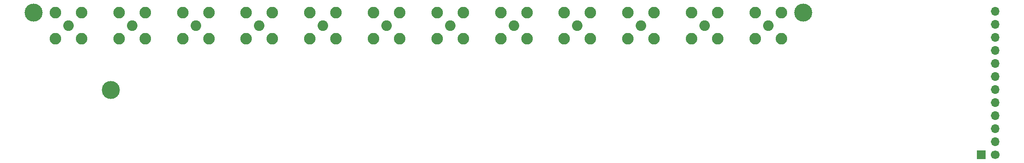
<source format=gbr>
%TF.GenerationSoftware,KiCad,Pcbnew,6.0.11+dfsg-1*%
%TF.CreationDate,2025-11-09T18:03:23+01:00*%
%TF.ProjectId,UNBProbeBase,554e4250-726f-4626-9542-6173652e6b69,0.2*%
%TF.SameCoordinates,Original*%
%TF.FileFunction,Soldermask,Bot*%
%TF.FilePolarity,Negative*%
%FSLAX46Y46*%
G04 Gerber Fmt 4.6, Leading zero omitted, Abs format (unit mm)*
G04 Created by KiCad (PCBNEW 6.0.11+dfsg-1) date 2025-11-09 18:03:23*
%MOMM*%
%LPD*%
G01*
G04 APERTURE LIST*
%ADD10C,2.050000*%
%ADD11C,2.250000*%
%ADD12C,1.700000*%
%ADD13O,1.700000X1.700000*%
%ADD14R,1.700000X1.700000*%
%ADD15C,3.500000*%
G04 APERTURE END LIST*
D10*
%TO.C,P2*%
X76048000Y-88416000D03*
D11*
X73508000Y-90956000D03*
X78588000Y-85876000D03*
X73508000Y-85876000D03*
X78588000Y-90956000D03*
%TD*%
D10*
%TO.C,P4*%
X100727000Y-88421000D03*
D11*
X98187000Y-85881000D03*
X103267000Y-85881000D03*
X103267000Y-90961000D03*
X98187000Y-90961000D03*
%TD*%
D10*
%TO.C,P5*%
X113069000Y-88417000D03*
D11*
X110529000Y-90957000D03*
X110529000Y-85877000D03*
X115609000Y-90957000D03*
X115609000Y-85877000D03*
%TD*%
D10*
%TO.C,P6*%
X125418000Y-88422000D03*
D11*
X127958000Y-85882000D03*
X122878000Y-85882000D03*
X122878000Y-90962000D03*
X127958000Y-90962000D03*
%TD*%
D10*
%TO.C,P7*%
X137762000Y-88420000D03*
D11*
X140302000Y-90960000D03*
X140302000Y-85880000D03*
X135222000Y-85880000D03*
X135222000Y-90960000D03*
%TD*%
D10*
%TO.C,P8*%
X150105000Y-88433000D03*
D11*
X152645000Y-90973000D03*
X152645000Y-85893000D03*
X147565000Y-90973000D03*
X147565000Y-85893000D03*
%TD*%
D10*
%TO.C,P9*%
X162444000Y-88437000D03*
D11*
X159904000Y-85897000D03*
X164984000Y-90977000D03*
X164984000Y-85897000D03*
X159904000Y-90977000D03*
%TD*%
D10*
%TO.C,P10*%
X174796000Y-88435000D03*
D11*
X177336000Y-90975000D03*
X177336000Y-85895000D03*
X172256000Y-90975000D03*
X172256000Y-85895000D03*
%TD*%
D10*
%TO.C,P12*%
X199474000Y-88425000D03*
D11*
X196934000Y-85885000D03*
X196934000Y-90965000D03*
X202014000Y-90965000D03*
X202014000Y-85885000D03*
%TD*%
D10*
%TO.C,P1*%
X63710000Y-88428000D03*
D11*
X66250000Y-85888000D03*
X61170000Y-90968000D03*
X61170000Y-85888000D03*
X66250000Y-90968000D03*
%TD*%
D10*
%TO.C,P3*%
X88386000Y-88418000D03*
D11*
X90926000Y-90958000D03*
X85846000Y-85878000D03*
X85846000Y-90958000D03*
X90926000Y-85878000D03*
%TD*%
D10*
%TO.C,P11*%
X187131000Y-88429000D03*
D11*
X189671000Y-90969000D03*
X189671000Y-85889000D03*
X184591000Y-85889000D03*
X184591000Y-90969000D03*
%TD*%
D12*
%TO.C,J13*%
X243536000Y-113543000D03*
D13*
X243536000Y-111003000D03*
X243536000Y-108463000D03*
X243536000Y-105923000D03*
X243536000Y-103383000D03*
X243536000Y-100843000D03*
X243536000Y-98303000D03*
X243536000Y-95763000D03*
X243536000Y-93223000D03*
X243536000Y-90683000D03*
X243536000Y-88143000D03*
X243536000Y-85603000D03*
%TD*%
D14*
%TO.C,REF\u002A\u002A*%
X240858301Y-113543000D03*
%TD*%
D15*
%TO.C,REF\u002A\u002A*%
X56887000Y-85896000D03*
%TD*%
%TO.C,REF\u002A\u002A*%
X206293000Y-85896000D03*
%TD*%
%TO.C,REF\u002A\u002A*%
X71911000Y-100938000D03*
%TD*%
M02*

</source>
